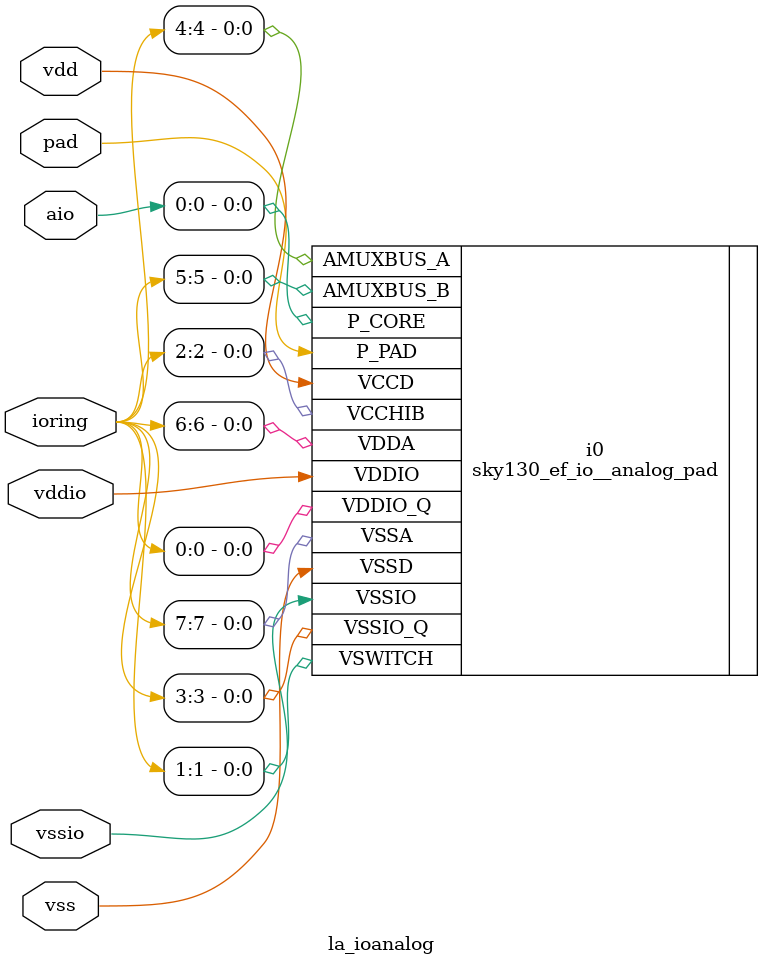
<source format=v>
/*****************************************************************************
 * Function: IO analog pass-through cell
 * Copyright: Lambda Project Authors. All rights Reserved.
 * License:  MIT (see LICENSE file in Lambda repository)
 *
 * Docs:
 *
 * aio[0] = pass through from pad (with esd clamp)
 * aio[1] = small series resistance
 * aio[2] = big series resistance
 *
 ****************************************************************************/
module la_ioanalog #(
    parameter PROP  = "DEFAULT",  // cell type
    parameter SIDE  = "NO",       // "NO", "SO", "EA", "WE"
    parameter RINGW = 8           // width of io ring
) (  // io pad signals
    inout             pad,     // bidirectional pad signal
    inout             vdd,     // core supply
    inout             vss,     // core ground
    inout             vddio,   // io supply
    inout             vssio,   // io ground
    inout [RINGW-1:0] ioring,  // generic ioring
    // core interface
    inout [      2:0] aio      // analog core signals
);

  sky130_ef_io__analog_pad i0 (
      .VDDIO(vddio),
      .VCCD(vdd),
      .VSSD(vss),
      .VSSIO(vssio),
      .VDDIO_Q(ioring[0]),
      .VSWITCH(ioring[1]),
      .VCCHIB(ioring[2]),
      .VSSIO_Q(ioring[3]),
      .AMUXBUS_A(ioring[4]),
      .AMUXBUS_B(ioring[5]),
      .VDDA(ioring[6]),
      .VSSA(ioring[7]),

      .P_PAD (pad),
      .P_CORE(aio[0])
  );


endmodule

</source>
